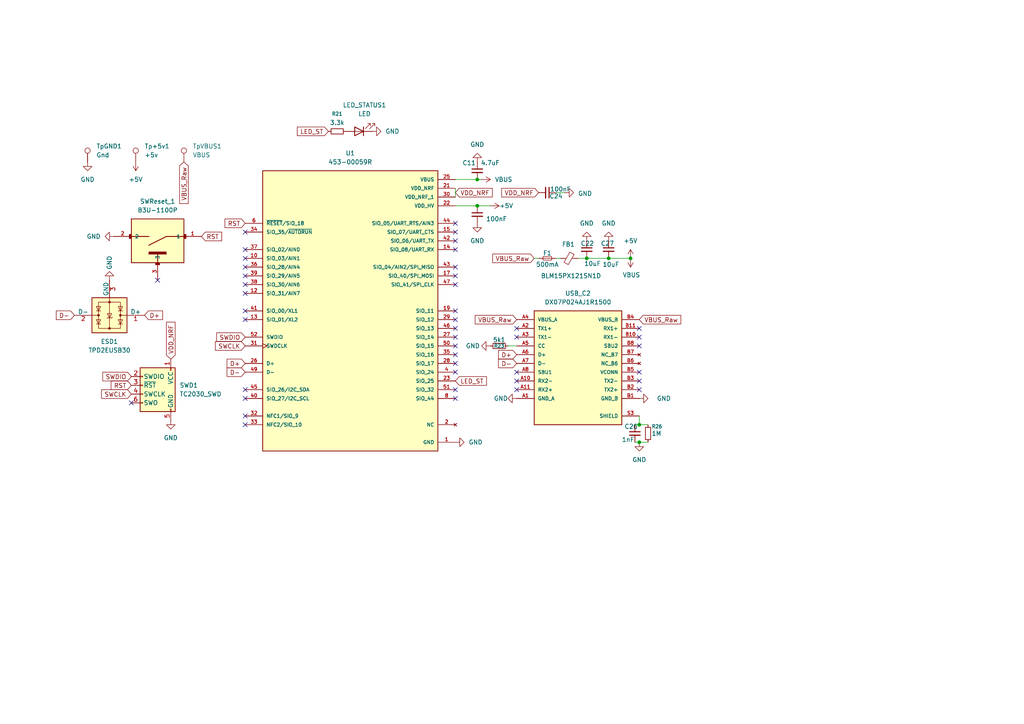
<source format=kicad_sch>
(kicad_sch (version 20250114) (generator "eeschema") (generator_version "9.0")
  (paper "A4")
  (title_block (title "zongle") (date "2025-12-10") (rev "0.0.2"))
  (lib_symbols
    (symbol "B3U-1100P:B3U-1100P" (pin_names (offset 1.016))
      (property "Reference" "S" (at 7.6291 -5.0861 0))
      (property "Value" "B3U-1100P" (at 7.6346 -10.1794 0))
      (symbol "B3U-1100P_0_0"
        (rectangle (start -8.2645 -0.6357) (end -7.62 0.635) (stroke (width 0.1)) (fill (type outline)))
        (rectangle (start -7.62 -7.62) (end 7.62 5.08) (stroke (width 0.254)) (fill (type background)))
        (rectangle (start -2.5423 -5.0846) (end 2.54 -4.445) (stroke (width 0.1)) (fill (type outline)))
        (polyline (pts (xy -2.54 0) (xy -7.62 0)) (stroke (width 0.254)))
        (polyline (pts (xy -2.54 -2.54) (xy 2.54 0)) (stroke (width 0.254)))
        (polyline (pts (xy -2.54 -5.08) (xy 0 -5.08)) (stroke (width 0.254)))
        (rectangle (start -0.6357 -8.2643) (end 0.635 -7.62) (stroke (width 0.1)) (fill (type outline)))
        (polyline (pts (xy 0 -5.08) (xy 0 -7.62)) (stroke (width 0.254)))
        (polyline (pts (xy 0 -5.08) (xy 2.54 -5.08)) (stroke (width 0.254)))
        (polyline (pts (xy 2.54 0) (xy 7.62 0)) (stroke (width 0.254)))
        (rectangle (start 7.6245 -0.6354) (end 8.255 0.635) (stroke (width 0.1)) (fill (type outline)))
        (pin passive line (at -12.7 0 0) (length 5.08) (name "2") (number "2"))
        (pin passive line (at 0 -12.7 90) (length 5.08) (name "3") (number "3"))
        (pin passive line (at 12.7 0 180) (length 5.08) (name "1") (number "1"))
      )
    )
    (symbol "BL653_59:453-00059R" (pin_names (offset 1.016))
      (property "Reference" "U" (at -25.654 41.402 0))
      (property "Value" "453-00059R" (at -25.4 -43.18 0))
      (symbol "453-00059R_0_0"
        (rectangle (start -25.4 -40.64) (end 25.4 40.64) (stroke (width 0.254)) (fill (type background)))
        (pin input line (at -30.48 25.4 0) (length 5.08) (name "~{RESET}/SIO_18") (number "6"))
        (pin input line (at -30.48 22.86 0) (length 5.08) (name "SIO_35/~{AUTORUN}") (number "34"))
        (pin input line (at -30.48 17.78 0) (length 5.08) (name "SIO_02/AIN0") (number "37"))
        (pin input line (at -30.48 15.24 0) (length 5.08) (name "SIO_03/AIN1") (number "10"))
        (pin input line (at -30.48 12.7 0) (length 5.08) (name "SIO_28/AIN4") (number "36"))
        (pin input line (at -30.48 10.16 0) (length 5.08) (name "SIO_29/AIN5") (number "39"))
        (pin input line (at -30.48 7.62 0) (length 5.08) (name "SIO_30/AIN6") (number "38"))
        (pin input line (at -30.48 5.08 0) (length 5.08) (name "SIO_31/AIN7") (number "12"))
        (pin input line (at -30.48 0 0) (length 5.08) (name "SIO_00/XL1") (number "41"))
        (pin input line (at -30.48 -2.54 0) (length 5.08) (name "SIO_01/XL2") (number "13"))
        (pin bidirectional line (at -30.48 -7.62 0) (length 5.08) (name "SWDIO") (number "52"))
        (pin input clock (at -30.48 -10.16 0) (length 5.08) (name "SWDCLK") (number "31"))
        (pin bidirectional line (at -30.48 -15.24 0) (length 5.08) (name "D+") (number "26"))
        (pin bidirectional line (at -30.48 -17.78 0) (length 5.08) (name "D-") (number "49"))
        (pin bidirectional line (at -30.48 -22.86 0) (length 5.08) (name "SIO_26/I2C_SDA") (number "45"))
        (pin bidirectional line (at -30.48 -25.4 0) (length 5.08) (name "SIO_27/I2C_SCL") (number "40"))
        (pin bidirectional line (at -30.48 -30.48 0) (length 5.08) (name "NFC1/SIO_9") (number "32"))
        (pin bidirectional line (at -30.48 -33.02 0) (length 5.08) (name "NFC2/SIO_10") (number "33"))
        (pin power_in line (at 30.48 38.1 180) (length 5.08) (name "VBUS") (number "25"))
        (pin power_in line (at 30.48 35.56 180) (length 5.08) (name "VDD_NRF") (number "21"))
        (pin power_in line (at 30.48 33.02 180) (length 5.08) (name "VDD_NRF_1") (number "30"))
        (pin power_in line (at 30.48 30.48 180) (length 5.08) (name "VDD_HV") (number "22"))
        (pin output line (at 30.48 25.4 180) (length 5.08) (name "SIO_05/UART_RTS/AIN3") (number "44"))
        (pin input line (at 30.48 22.86 180) (length 5.08) (name "SIO_07/UART_CTS") (number "15"))
        (pin output line (at 30.48 20.32 180) (length 5.08) (name "SIO_06/UART_TX") (number "42"))
        (pin input line (at 30.48 17.78 180) (length 5.08) (name "SIO_08/UART_RX") (number "14"))
        (pin input line (at 30.48 12.7 180) (length 5.08) (name "SIO_04/AIN2/SPI_MISO") (number "43"))
        (pin output line (at 30.48 10.16 180) (length 5.08) (name "SIO_40/SPI_MOSI") (number "17"))
        (pin output line (at 30.48 7.62 180) (length 5.08) (name "SIO_41/SPI_CLK") (number "47"))
        (pin input line (at 30.48 0 180) (length 5.08) (name "SIO_11") (number "19"))
        (pin input line (at 30.48 -2.54 180) (length 5.08) (name "SIO_12") (number "29"))
        (pin input line (at 30.48 -5.08 180) (length 5.08) (name "SIO_13") (number "46"))
        (pin input line (at 30.48 -7.62 180) (length 5.08) (name "SIO_14") (number "27"))
        (pin input line (at 30.48 -10.16 180) (length 5.08) (name "SIO_15") (number "50"))
        (pin input line (at 30.48 -12.7 180) (length 5.08) (name "SIO_16") (number "35"))
        (pin input line (at 30.48 -15.24 180) (length 5.08) (name "SIO_17") (number "28"))
        (pin input line (at 30.48 -17.78 180) (length 5.08) (name "SIO_24") (number "4"))
        (pin input line (at 30.48 -20.32 180) (length 5.08) (name "SIO_25") (number "23"))
        (pin input line (at 30.48 -22.86 180) (length 5.08) (name "SIO_32") (number "51"))
        (pin input line (at 30.48 -25.4 180) (length 5.08) (name "SIO_44") (number "8"))
        (pin no_connect line (at 30.48 -33.02 180) (length 5.08) (name "NC") (number "2"))
        (pin power_in line (at 30.48 -38.1 180) (length 5.08) (name "GND") (number "1"))
        (pin power_in line (at 30.48 -38.1 180) (length 5.08) (hide yes) (name "GND") (number "11"))
        (pin power_in line (at 30.48 -38.1 180) (length 5.08) (hide yes) (name "GND") (number "16"))
        (pin power_in line (at 30.48 -38.1 180) (length 5.08) (hide yes) (name "GND") (number "18"))
        (pin power_in line (at 30.48 -38.1 180) (length 5.08) (hide yes) (name "GND") (number "20"))
        (pin power_in line (at 30.48 -38.1 180) (length 5.08) (hide yes) (name "GND") (number "24"))
        (pin power_in line (at 30.48 -38.1 180) (length 5.08) (hide yes) (name "GND") (number "3"))
        (pin power_in line (at 30.48 -38.1 180) (length 5.08) (hide yes) (name "GND") (number "48"))
        (pin power_in line (at 30.48 -38.1 180) (length 5.08) (hide yes) (name "GND") (number "5"))
        (pin power_in line (at 30.48 -38.1 180) (length 5.08) (hide yes) (name "GND") (number "7"))
        (pin power_in line (at 30.48 -38.1 180) (length 5.08) (hide yes) (name "GND") (number "9"))
        (pin power_in line (at 30.48 -38.1 180) (length 5.08) (hide yes) (name "GND") (number "G1"))
        (pin power_in line (at 30.48 -38.1 180) (length 5.08) (hide yes) (name "GND") (number "G2"))
        (pin power_in line (at 30.48 -38.1 180) (length 5.08) (hide yes) (name "GND") (number "G3"))
        (pin power_in line (at 30.48 -38.1 180) (length 5.08) (hide yes) (name "GND") (number "G4"))
        (pin power_in line (at 30.48 -38.1 180) (length 5.08) (hide yes) (name "GND") (number "G5"))
        (pin power_in line (at 30.48 -38.1 180) (length 5.08) (hide yes) (name "GND") (number "G6"))
        (pin power_in line (at 30.48 -38.1 180) (length 5.08) (hide yes) (name "GND") (number "G7"))
      )
    )
    (symbol "Connector:TestPoint" (pin_numbers (hide yes)) (pin_names (offset 0.762) (hide yes))
      (property "Reference" "TP" (at 0 6.858 0))
      (property "Value" "TestPoint" (at 0 5.08 0))
      (symbol "TestPoint_0_1"
        (circle (center 0 3.302) (radius 0.762))
      )
      (symbol "TestPoint_1_1"
        (pin passive line (at 0 0 90) (length 2.54) (name "1") (number "1"))
      )
    )
    (symbol "Device:C_Small" (pin_numbers (hide yes)) (pin_names (offset 0.254) (hide yes))
      (property "Reference" "C" (at 0.254 1.778 0))
      (property "Value" "C_Small" (at 0.254 -2.032 0))
      (symbol "C_Small_0_1"
        (polyline (pts (xy -1.524 0.508) (xy 1.524 0.508)) (stroke (width 0.3048)))
        (polyline (pts (xy -1.524 -0.508) (xy 1.524 -0.508)) (stroke (width 0.3302)))
      )
      (symbol "C_Small_1_1"
        (pin passive line (at 0 2.54 270) (length 2.032) (name "~") (number "1"))
        (pin passive line (at 0 -2.54 90) (length 2.032) (name "~") (number "2"))
      )
    )
    (symbol "Device:FerriteBead_Small" (pin_numbers (hide yes)) (pin_names (offset 0))
      (property "Reference" "FB" (at 1.905 1.27 0))
      (property "Value" "FerriteBead_Small" (at 1.905 -1.27 0))
      (symbol "FerriteBead_Small_0_1"
        (polyline (pts (xy -1.8288 0.2794) (xy -1.1176 1.4986) (xy 1.8288 -0.2032) (xy 1.1176 -1.4224) (xy -1.8288 0.2794)))
        (polyline (pts (xy 0 0.889) (xy 0 1.2954)))
        (polyline (pts (xy 0 -1.27) (xy 0 -0.7874)))
      )
      (symbol "FerriteBead_Small_1_1"
        (pin passive line (at 0 2.54 270) (length 1.27) (name "~") (number "1"))
        (pin passive line (at 0 -2.54 90) (length 1.27) (name "~") (number "2"))
      )
    )
    (symbol "Device:Fuse_Small" (pin_numbers (hide yes)) (pin_names (offset 0.254) (hide yes))
      (property "Reference" "F" (at 0 -1.524 0))
      (property "Value" "Fuse_Small" (at 0 1.524 0))
      (symbol "Fuse_Small_0_1"
        (rectangle (start -1.27 0.508) (end 1.27 -0.508))
        (polyline (pts (xy -1.27 0) (xy 1.27 0)))
      )
      (symbol "Fuse_Small_1_1"
        (pin passive line (at -2.54 0 0) (length 1.27) (name "~") (number "1"))
        (pin passive line (at 2.54 0 180) (length 1.27) (name "~") (number "2"))
      )
    )
    (symbol "Device:LED" (pin_numbers (hide yes)) (pin_names (offset 1.016) (hide yes))
      (property "Reference" "D" (at 0 2.54 0))
      (property "Value" "LED" (at 0 -2.54 0))
      (symbol "LED_0_1"
        (polyline (pts (xy -3.048 -0.762) (xy -4.572 -2.286) (xy -3.81 -2.286) (xy -4.572 -2.286) (xy -4.572 -1.524)))
        (polyline (pts (xy -1.778 -0.762) (xy -3.302 -2.286) (xy -2.54 -2.286) (xy -3.302 -2.286) (xy -3.302 -1.524)))
        (polyline (pts (xy -1.27 0) (xy 1.27 0)))
        (polyline (pts (xy -1.27 -1.27) (xy -1.27 1.27)) (stroke (width 0.254)))
        (polyline (pts (xy 1.27 -1.27) (xy 1.27 1.27) (xy -1.27 0) (xy 1.27 -1.27)) (stroke (width 0.254)))
      )
      (symbol "LED_1_1"
        (pin passive line (at -3.81 0 0) (length 2.54) (name "K") (number "1"))
        (pin passive line (at 3.81 0 180) (length 2.54) (name "A") (number "2"))
      )
    )
    (symbol "Device:R_Small" (pin_numbers (hide yes)) (pin_names (offset 0.254) (hide yes))
      (property "Reference" "R" (at 0 0 90))
      (property "Value" "R_Small" (at 1.778 0 90))
      (symbol "R_Small_0_1"
        (rectangle (start -0.762 1.778) (end 0.762 -1.778) (stroke (width 0.2032)))
      )
      (symbol "R_Small_1_1"
        (pin passive line (at 0 2.54 270) (length 0.762) (name "~") (number "1"))
        (pin passive line (at 0 -2.54 90) (length 0.762) (name "~") (number "2"))
      )
    )
    (symbol "Power_Protection:TPD2EUSB30" (pin_names (offset 0))
      (property "Reference" "U" (at 0 6.35 0))
      (property "Value" "TPD2EUSB30" (at 7.62 -7.62 0))
      (symbol "TPD2EUSB30_0_1"
        (rectangle (start -5.08 5.08) (end 5.08 -5.08) (stroke (width 0.254)) (fill (type background)))
        (polyline (pts (xy -5.08 0) (xy -3.175 0)))
        (polyline (pts (xy -3.81 2.54) (xy -2.54 2.54)))
        (polyline (pts (xy -3.81 -1.27) (xy -2.54 -1.27)))
        (rectangle (start -3.175 3.81) (end 3.175 -3.81))
        (circle (center -3.175 0) (radius 0.2794) (fill (type outline)))
        (polyline (pts (xy -2.54 1.27) (xy -3.81 1.27) (xy -3.175 2.54) (xy -2.54 1.27)))
        (polyline (pts (xy -2.54 -2.54) (xy -3.81 -2.54) (xy -3.175 -1.27) (xy -2.54 -2.54)))
        (circle (center 0 3.81) (radius 0.2794) (fill (type outline)))
        (polyline (pts (xy 0 3.81) (xy 0 -5.08)))
        (circle (center 0 -3.81) (radius 0.2794) (fill (type outline)))
        (polyline (pts (xy 0.635 -0.508) (xy -0.635 -0.508) (xy 0 0.762) (xy 0.635 -0.508)))
        (polyline (pts (xy 0.762 0.762) (xy -0.762 0.762) (xy -0.762 0.508)))
        (polyline (pts (xy 2.54 2.54) (xy 3.81 2.54)))
        (polyline (pts (xy 2.54 -1.27) (xy 3.81 -1.27)))
        (circle (center 3.175 0) (radius 0.2794) (fill (type outline)))
        (polyline (pts (xy 3.81 1.27) (xy 2.54 1.27) (xy 3.175 2.54) (xy 3.81 1.27)))
        (polyline (pts (xy 3.81 -2.54) (xy 2.54 -2.54) (xy 3.175 -1.27) (xy 3.81 -2.54)))
        (polyline (pts (xy 5.08 0) (xy 3.175 0)))
      )
      (symbol "TPD2EUSB30_1_1"
        (pin passive line (at -10.16 0 0) (length 5.08) (name "D+") (number "1"))
        (pin passive line (at 0 -10.16 90) (length 5.08) (name "GND") (number "3"))
        (pin passive line (at 10.16 0 180) (length 5.08) (name "D-") (number "2"))
      )
    )
    (symbol "USB_C_MALE_LONG:DX07P024AJ1R1500" (pin_names (offset 1.016))
      (property "Reference" "J" (at -12.7 16.002 0))
      (property "Value" "DX07P024AJ1R1500" (at -12.7 -18.542 0))
      (symbol "DX07P024AJ1R1500_0_0"
        (rectangle (start -12.7 -17.78) (end 12.7 15.24) (stroke (width 0.254)) (fill (type background)))
        (pin power_in line (at -17.78 12.7 0) (length 5.08) (name "VBUS_A") (number "A4"))
        (pin power_in line (at -17.78 12.7 0) (length 5.08) (hide yes) (name "VBUS_A") (number "A9"))
        (pin bidirectional line (at -17.78 10.16 0) (length 5.08) (name "TX1+") (number "A2"))
        (pin bidirectional line (at -17.78 7.62 0) (length 5.08) (name "TX1-") (number "A3"))
        (pin bidirectional line (at -17.78 5.08 0) (length 5.08) (name "CC") (number "A5"))
        (pin bidirectional line (at -17.78 2.54 0) (length 5.08) (name "D+") (number "A6"))
        (pin bidirectional line (at -17.78 0 0) (length 5.08) (name "D-") (number "A7"))
        (pin bidirectional line (at -17.78 -2.54 0) (length 5.08) (name "SBU1") (number "A8"))
        (pin bidirectional line (at -17.78 -5.08 0) (length 5.08) (name "RX2-") (number "A10"))
        (pin bidirectional line (at -17.78 -7.62 0) (length 5.08) (name "RX2+") (number "A11"))
        (pin power_in line (at -17.78 -10.16 0) (length 5.08) (name "GND_A") (number "A1"))
        (pin power_in line (at -17.78 -10.16 0) (length 5.08) (hide yes) (name "GND_A") (number "A12"))
        (pin power_in line (at 17.78 12.7 180) (length 5.08) (name "VBUS_B") (number "B4"))
        (pin power_in line (at 17.78 12.7 180) (length 5.08) (hide yes) (name "VBUS_B") (number "B9"))
        (pin bidirectional line (at 17.78 10.16 180) (length 5.08) (name "RX1+") (number "B11"))
        (pin bidirectional line (at 17.78 7.62 180) (length 5.08) (name "RX1-") (number "B10"))
        (pin bidirectional line (at 17.78 5.08 180) (length 5.08) (name "SBU2") (number "B8"))
        (pin no_connect line (at 17.78 2.54 180) (length 5.08) (name "NC_B7") (number "B7"))
        (pin no_connect line (at 17.78 0 180) (length 5.08) (name "NC_B6") (number "B6"))
        (pin bidirectional line (at 17.78 -2.54 180) (length 5.08) (name "VCONN") (number "B5"))
        (pin bidirectional line (at 17.78 -5.08 180) (length 5.08) (name "TX2-") (number "B3"))
        (pin bidirectional line (at 17.78 -7.62 180) (length 5.08) (name "TX2+") (number "B2"))
        (pin power_in line (at 17.78 -10.16 180) (length 5.08) (name "GND_B") (number "B1"))
        (pin power_in line (at 17.78 -10.16 180) (length 5.08) (hide yes) (name "GND_B") (number "B12"))
        (pin passive line (at 17.78 -15.24 180) (length 5.08) (name "SHIELD") (number "S3"))
        (pin passive line (at 17.78 -15.24 180) (length 5.08) (hide yes) (name "SHIELD") (number "S4"))
        (pin passive line (at 17.78 -15.24 180) (length 5.08) (hide yes) (name "SHIELD") (number "S5"))
        (pin passive line (at 17.78 -15.24 180) (length 5.08) (hide yes) (name "SHIELD") (number "S6"))
      )
    )
    (symbol "marbastlib-various:TC2030_SWD" (pin_names (offset 1.016))
      (property "Reference" "J" (at -3.81 -6.35 0))
      (property "Value" "TC2030_SWD" (at -10.16 8.89 0))
      (symbol "TC2030_SWD_0_1"
        (rectangle (start -3.81 7.62) (end 6.35 -5.08) (stroke (width 0.254)) (fill (type background)))
        (rectangle (start -3.048 4.953) (end -3.81 5.207))
        (rectangle (start -3.048 2.413) (end -3.81 2.667))
        (rectangle (start -3.048 -0.127) (end -3.81 0.127))
        (rectangle (start -3.048 -2.667) (end -3.81 -2.413))
        (rectangle (start 4.953 6.858) (end 5.207 7.62))
        (rectangle (start 4.953 -5.08) (end 5.207 -4.318))
      )
      (symbol "TC2030_SWD_1_1"
        (pin passive line (at -6.35 5.08 0) (length 2.54) (name "SWDIO") (number "2"))
        (pin passive line (at -6.35 2.54 0) (length 2.54) (name "~{RST}") (number "3"))
        (pin passive line (at -6.35 0 0) (length 2.54) (name "SWCLK") (number "4"))
        (pin passive line (at -6.35 -2.54 0) (length 2.54) (name "SWO") (number "6"))
        (pin passive line (at 5.08 10.16 270) (length 2.54) (name "VCC") (number "1"))
        (pin passive line (at 5.08 -7.62 90) (length 2.54) (name "GND") (number "5"))
      )
    )
    (symbol "power:+5V" (power) (pin_numbers (hide yes)) (pin_names (offset 0) (hide yes))
      (property "Value" "+5V" (at 0 3.556 0))
      (symbol "+5V_0_1"
        (polyline (pts (xy -0.762 1.27) (xy 0 2.54)))
        (polyline (pts (xy 0 2.54) (xy 0.762 1.27)))
        (polyline (pts (xy 0 0) (xy 0 2.54)))
      )
      (symbol "+5V_1_1"
        (pin power_in line (at 0 0 90) (length 0) (name "~") (number "1"))
      )
    )
    (symbol "power:GND" (power) (pin_numbers (hide yes)) (pin_names (offset 0) (hide yes))
      (property "Value" "GND" (at 0 -3.81 0))
      (symbol "GND_0_1"
        (polyline (pts (xy 0 0) (xy 0 -1.27) (xy 1.27 -1.27) (xy 0 -2.54) (xy -1.27 -1.27) (xy 0 -1.27)))
      )
      (symbol "GND_1_1"
        (pin power_in line (at 0 0 270) (length 0) (name "~") (number "1"))
      )
    )
    (symbol "power:VBUS" (power) (pin_numbers (hide yes)) (pin_names (offset 0) (hide yes))
      (property "Value" "VBUS" (at 0 3.556 0))
      (symbol "VBUS_0_1"
        (polyline (pts (xy -0.762 1.27) (xy 0 2.54)))
        (polyline (pts (xy 0 2.54) (xy 0.762 1.27)))
        (polyline (pts (xy 0 0) (xy 0 2.54)))
      )
      (symbol "VBUS_1_1"
        (pin power_in line (at 0 0 90) (length 0) (name "~") (number "1"))
      )
    )
  )
  (junction (at 176.53 74.93))
  (junction (at 185.42 123.19))
  (junction (at 182.88 74.93))
  (junction (at 138.43 59.69))
  (junction (at 170.18 74.93))
  (junction (at 138.43 52.07))
  (junction (at 185.42 128.27))
  (no_connect (at 185.42 107.95))
  (no_connect (at 71.12 123.19))
  (no_connect (at 38.1 116.84))
  (no_connect (at 185.42 113.03))
  (no_connect (at 185.42 100.33))
  (no_connect (at 149.86 110.49))
  (no_connect (at 71.12 120.65))
  (no_connect (at 132.08 95.25))
  (no_connect (at 132.08 115.57))
  (no_connect (at 71.12 67.31))
  (no_connect (at 71.12 82.55))
  (no_connect (at 132.08 72.39))
  (no_connect (at 149.86 95.25))
  (no_connect (at 132.08 107.95))
  (no_connect (at 185.42 97.79))
  (no_connect (at 71.12 77.47))
  (no_connect (at 132.08 113.03))
  (no_connect (at 149.86 113.03))
  (no_connect (at 71.12 80.01))
  (no_connect (at 132.08 77.47))
  (no_connect (at 149.86 97.79))
  (no_connect (at 132.08 80.01))
  (no_connect (at 132.08 92.71))
  (no_connect (at 132.08 102.87))
  (no_connect (at 132.08 97.79))
  (no_connect (at 132.08 100.33))
  (no_connect (at 71.12 92.71))
  (no_connect (at 185.42 95.25))
  (no_connect (at 71.12 113.03))
  (no_connect (at 132.08 64.77))
  (no_connect (at 149.86 107.95))
  (no_connect (at 71.12 74.93))
  (no_connect (at 71.12 90.17))
  (no_connect (at 132.08 82.55))
  (no_connect (at 185.42 110.49))
  (no_connect (at 132.08 67.31))
  (no_connect (at 71.12 72.39))
  (no_connect (at 71.12 115.57))
  (no_connect (at 45.72 81.28))
  (no_connect (at 132.08 105.41))
  (no_connect (at 71.12 85.09))
  (no_connect (at 132.08 90.17))
  (no_connect (at 132.08 69.85))
  (wire (pts (xy 185.42 120.65) (xy 185.42 123.19)))
  (wire (pts (xy 185.42 128.27) (xy 187.96 128.27)))
  (wire (pts (xy 161.29 55.88) (xy 163.83 55.88)))
  (wire (pts (xy 184.15 128.27) (xy 185.42 128.27)))
  (wire (pts (xy 161.29 74.93) (xy 162.56 74.93)))
  (wire (pts (xy 147.32 100.33) (xy 149.86 100.33)))
  (wire (pts (xy 176.53 74.93) (xy 182.88 74.93)))
  (wire (pts (xy 132.08 52.07) (xy 138.43 52.07)))
  (wire (pts (xy 156.21 74.93) (xy 154.94 74.93)))
  (wire (pts (xy 170.18 74.93) (xy 176.53 74.93)))
  (wire (pts (xy 132.08 59.69) (xy 138.43 59.69)))
  (wire (pts (xy 184.15 123.19) (xy 185.42 123.19)))
  (wire (pts (xy 167.64 74.93) (xy 170.18 74.93)))
  (wire (pts (xy 138.43 59.69) (xy 142.24 59.69)))
  (wire (pts (xy 185.42 123.19) (xy 187.96 123.19)))
  (wire (pts (xy 132.08 54.61) (xy 132.08 57.15)))
  (wire (pts (xy 139.7 52.07) (xy 138.43 52.07)))
  (global_label "LED_ST" (shape input) (at 132.08 110.49 0) (property "Intersheetrefs" "${INTERSHEET_REFS}" (effects (hide yes))))
  (global_label "LED_ST" (shape input) (at 95.25 38.1 180) (property "Intersheetrefs" "${INTERSHEET_REFS}" (effects (hide yes))))
  (global_label "RST" (shape input) (at 38.1 111.76 180) (property "Intersheetrefs" "${INTERSHEET_REFS}" (effects (hide yes))))
  (global_label "SWCLK" (shape input) (at 71.12 100.33 180) (property "Intersheetrefs" "${INTERSHEET_REFS}" (effects (hide yes))))
  (global_label "SWDIO" (shape input) (at 71.12 97.79 180) (property "Intersheetrefs" "${INTERSHEET_REFS}" (effects (hide yes))))
  (global_label "VDD_NRF" (shape input) (at 156.21 55.88 180) (property "Intersheetrefs" "${INTERSHEET_REFS}" (effects (hide yes))))
  (global_label "D-" (shape input) (at 149.86 105.41 180) (property "Intersheetrefs" "${INTERSHEET_REFS}" (effects (hide yes))))
  (global_label "D+" (shape input) (at 71.12 105.41 180) (property "Intersheetrefs" "${INTERSHEET_REFS}" (effects (hide yes))))
  (global_label "VBUS_Raw" (shape input) (at 149.86 92.71 180) (property "Intersheetrefs" "${INTERSHEET_REFS}" (effects (hide yes))))
  (global_label "SWCLK" (shape input) (at 38.1 114.3 180) (property "Intersheetrefs" "${INTERSHEET_REFS}" (effects (hide yes))))
  (global_label "D+" (shape input) (at 41.91 91.44 0) (property "Intersheetrefs" "${INTERSHEET_REFS}" (effects (hide yes))))
  (global_label "D+" (shape input) (at 149.86 102.87 180) (property "Intersheetrefs" "${INTERSHEET_REFS}" (effects (hide yes))))
  (global_label "VBUS_Raw" (shape input) (at 154.94 74.93 180) (property "Intersheetrefs" "${INTERSHEET_REFS}" (effects (hide yes))))
  (global_label "VDD_NRF" (shape input) (at 49.53 104.14 90) (property "Intersheetrefs" "${INTERSHEET_REFS}" (effects (hide yes))))
  (global_label "RST" (shape input) (at 58.42 68.58 0) (property "Intersheetrefs" "${INTERSHEET_REFS}" (effects (hide yes))))
  (global_label "SWDIO" (shape input) (at 38.1 109.22 180) (property "Intersheetrefs" "${INTERSHEET_REFS}" (effects (hide yes))))
  (global_label "VDD_NRF" (shape input) (at 132.08 55.88 0) (property "Intersheetrefs" "${INTERSHEET_REFS}" (effects (hide yes))))
  (global_label "VBUS_Raw" (shape input) (at 185.42 92.71 0) (property "Intersheetrefs" "${INTERSHEET_REFS}" (effects (hide yes))))
  (global_label "RST" (shape input) (at 71.12 64.77 180) (property "Intersheetrefs" "${INTERSHEET_REFS}" (effects (hide yes))))
  (global_label "D-" (shape input) (at 21.59 91.44 180) (property "Intersheetrefs" "${INTERSHEET_REFS}" (effects (hide yes))))
  (global_label "VBUS_Raw" (shape input) (at 53.34 46.99 270) (property "Intersheetrefs" "${INTERSHEET_REFS}" (effects (hide yes))))
  (global_label "D-" (shape input) (at 71.12 107.95 180) (property "Intersheetrefs" "${INTERSHEET_REFS}" (effects (hide yes))))
  (symbol (lib_id "power:GND") (at 107.95 38.1 90) (unit 1)
    (property "Reference" "#PWR017" (effects (hide yes)))
    (property "Value" "GND" (at 111.76 38.0999 90) (effects (justify right)))
    (property "Description" "Power symbol creates a global label with name \"GND\" , ground" (effects (hide yes)))
  )
  (symbol (lib_id "Device:C_Small") (at 170.18 72.39 0) (unit 1)
    (property "Reference" "C22" (at 168.402 70.612 0) (effects (justify left)))
    (property "Value" "10uF" (at 169.418 76.454 0) (effects (justify left)))
    (property "Footprint" "Capacitor_SMD:C_0402_1005Metric" (effects (hide yes)))
    (property "Description" "Unpolarized capacitor, small symbol" (effects (hide yes)))
  )
  (symbol (lib_id "B3U-1100P:B3U-1100P") (at 45.72 68.58 0) (unit 1)
    (property "Reference" "SWReset_1" (at 45.7152 58.42 0))
    (property "Value" "B3U-1100P" (at 45.7152 60.96 0))
    (property "Footprint" "Button_Switch_SMD:SW_SPST_B3U-1000P" (effects (hide yes)))
    (property "MF" "Omron" (effects (hide yes)))
    (property "Description_1" "Tactile Switch SPST-NO Top Actuated Surface Mount" (effects (hide yes)))
    (property "Package" "Custom Package Omron" (effects (hide yes)))
    (property "Price" "None" (effects (hide yes)))
    (property "Check_prices" "https://www.snapeda.com/parts/B3U-1100P/Omron/view-part/?ref=eda" (effects (hide yes)))
    (property "SnapEDA_Link" "https://www.snapeda.com/parts/B3U-1100P/Omron/view-part/?ref=snap" (effects (hide yes)))
    (property "MP" "B3U-1100P" (effects (hide yes)))
    (property "Availability" "In Stock" (effects (hide yes)))
    (property "MANUFACTURER" "Omron" (effects (hide yes)))
  )
  (symbol (lib_id "power:GND") (at 132.08 128.27 90) (unit 1)
    (property "Reference" "#PWR02" (effects (hide yes)))
    (property "Value" "GND" (at 135.89 128.2699 90) (effects (justify right)))
    (property "Description" "Power symbol creates a global label with name \"GND\" , ground" (effects (hide yes)))
  )
  (symbol (lib_id "Device:LED") (at 104.14 38.1 180) (unit 1)
    (property "Reference" "LED_STATUS1" (at 105.7275 30.48 0))
    (property "Value" "LED" (at 105.7275 33.02 0))
    (property "Footprint" "LED_SMD:LED_0402_1005Metric" (effects (hide yes)))
    (property "Description" "Light emitting diode" (effects (hide yes)))
    (property "Sim.Pins" "1=K 2=A" (effects (hide yes)))
  )
  (symbol (lib_id "marbastlib-various:TC2030_SWD") (at 44.45 114.3 0) (unit 1)
    (property "Reference" "SWD1" (at 52.07 111.7599 0) (effects (justify left)))
    (property "Value" "TC2030_SWD" (at 52.07 114.2999 0) (effects (justify left)))
    (property "Footprint" "marbastlib-various:CON_TC2030_outlined" (effects (hide yes)))
    (property "Description" "6-pin TC2030 connector for SWD programming" (effects (hide yes)))
  )
  (symbol (lib_id "Connector:TestPoint") (at 39.37 46.99 0) (unit 1)
    (property "Reference" "Tp+5v1" (at 41.91 42.4179 0) (effects (justify left)))
    (property "Value" "+5v" (at 41.91 44.9579 0) (effects (justify left)))
    (property "Footprint" "TestPoint:TestPoint_Pad_1.0x1.0mm" (effects (hide yes)))
    (property "Description" "test point" (effects (hide yes)))
  )
  (symbol (lib_id "power:GND") (at 49.53 121.92 0) (unit 1)
    (property "Reference" "#PWR07" (effects (hide yes)))
    (property "Value" "GND" (at 49.53 127 0))
    (property "Description" "Power symbol creates a global label with name \"GND\" , ground" (effects (hide yes)))
  )
  (symbol (lib_id "power:GND") (at 185.42 128.27 0) (unit 1)
    (property "Reference" "#PWR022" (effects (hide yes)))
    (property "Value" "GND" (at 185.42 133.35 0))
    (property "Description" "Power symbol creates a global label with name \"GND\" , ground" (effects (hide yes)))
  )
  (symbol (lib_id "power:GND") (at 149.86 115.57 270) (unit 1)
    (property "Reference" "#PWR020" (effects (hide yes)))
    (property "Value" "GND" (at 147.32 115.5699 90) (effects (justify right)))
    (property "Description" "Power symbol creates a global label with name \"GND\" , ground" (effects (hide yes)))
  )
  (symbol (lib_id "power:+5V") (at 39.37 46.99 180) (unit 1)
    (property "Reference" "#PWR06" (effects (hide yes)))
    (property "Value" "+5V" (at 39.37 52.07 0))
    (property "Description" "Power symbol creates a global label with name \"+5V\"" (effects (hide yes)))
  )
  (symbol (lib_id "power:+5V") (at 139.7 52.07 270) (unit 1)
    (property "Reference" "#PWR09" (effects (hide yes)))
    (property "Value" "VBUS" (at 143.51 52.0699 90) (effects (justify left)))
    (property "Description" "Power symbol creates a global label with name \"+5V\"" (effects (hide yes)))
  )
  (symbol (lib_id "Device:R_Small") (at 187.96 125.73 0) (unit 1)
    (property "Reference" "R26" (at 188.976 123.698 0) (effects (font (size 1.016 1.016)) (justify left)))
    (property "Value" "1M" (at 188.976 125.73 0) (effects (justify left)))
    (property "Footprint" "Resistor_SMD:R_0201_0603Metric" (effects (hide yes)))
    (property "Description" "Resistor, small symbol" (effects (hide yes)))
  )
  (symbol (lib_id "Power_Protection:TPD2EUSB30") (at 31.75 91.44 180) (unit 1)
    (property "Reference" "ESD1" (at 31.75 99.06 0))
    (property "Value" "TPD2EUSB30" (at 31.75 101.6 0))
    (property "Footprint" "Package_TO_SOT_SMD:Texas_DRT-3" (effects (hide yes)))
    (property "Datasheet" "http://www.ti.com/lit/ds/symlink/tpd2eusb30a.pdf" (effects (hide yes)))
    (property "Description" "2-Channel ESD Protection for Super-Speed USB 3.0 Interface, DRT-3" (effects (hide yes)))
  )
  (symbol (lib_id "power:GND") (at 163.83 55.88 90) (unit 1)
    (property "Reference" "#PWR016" (effects (hide yes)))
    (property "Value" "GND" (at 167.64 56.134 90) (effects (justify right)))
    (property "Description" "Power symbol creates a global label with name \"GND\" , ground" (effects (hide yes)))
  )
  (symbol (lib_id "power:+5V") (at 182.88 74.93 0) (unit 1)
    (property "Reference" "#PWR04" (effects (hide yes)))
    (property "Value" "+5V" (at 182.88 69.85 0))
    (property "Description" "Power symbol creates a global label with name \"+5V\"" (effects (hide yes)))
  )
  (symbol (lib_id "Device:FerriteBead_Small") (at 165.1 74.93 90) (unit 1)
    (property "Reference" "FB1" (at 164.846 70.866 90))
    (property "Value" "BLM15PX121SN1D" (at 165.608 80.01 90))
    (property "Footprint" "Resistor_SMD:R_0402_1005Metric" (effects (hide yes)))
    (property "Description" "Ferrite bead, small symbol" (effects (hide yes)))
  )
  (symbol (lib_id "power:+5V") (at 142.24 59.69 270) (unit 1)
    (property "Reference" "#PWR010" (effects (hide yes)))
    (property "Value" "+5V" (at 144.78 59.69 90) (effects (justify left)))
    (property "Description" "Power symbol creates a global label with name \"+5V\"" (effects (hide yes)))
  )
  (symbol (lib_id "USB_C_MALE_LONG:DX07P024AJ1R1500") (at 167.64 105.41 0) (unit 1)
    (property "Reference" "USB_C2" (at 167.64 85.09 0))
    (property "Value" "DX07P024AJ1R1500" (at 167.64 87.63 0))
    (property "Footprint" "USB_C_MALE_LONG:USB_C_MALE_LONG" (effects (hide yes)))
    (property "DigiKey_Part_Number" "670-2868-1-ND" (effects (hide yes)))
    (property "SnapEDA_Link" "https://www.snapeda.com/parts/DX07P024AJ1R1500/JAE+Electronics/view-part/?ref=snap" (effects (hide yes)))
    (property "MAXIMUM_PACKAGE_HEIGHT" "3.2 mm" (effects (hide yes)))
    (property "Package" "None" (effects (hide yes)))
    (property "Check_prices" "https://www.snapeda.com/parts/DX07P024AJ1R1500/JAE+Electronics/view-part/?ref=eda" (effects (hide yes)))
    (property "STANDARD" "Manufacturer Recommendation" (effects (hide yes)))
    (property "PARTREV" "January 2016" (effects (hide yes)))
    (property "MF" "JAE Electronics" (effects (hide yes)))
    (property "MP" "DX07P024AJ1R1500" (effects (hide yes)))
    (property "Description_1" "USB type C plug | JAE Electronics Inc. DX07P024AJ1R1500" (effects (hide yes)))
    (property "MANUFACTURER" "JAE Electronics" (effects (hide yes)))
  )
  (symbol (lib_id "Device:R_Small") (at 144.78 100.33 90) (unit 1)
    (property "Reference" "R23" (at 144.78 100.33 90) (effects (font (size 1.016 1.016))))
    (property "Value" "5k1" (at 144.78 98.552 90))
    (property "Footprint" "Resistor_SMD:R_0201_0603Metric" (effects (hide yes)))
    (property "Description" "Resistor, small symbol" (effects (hide yes)))
  )
  (symbol (lib_id "power:GND") (at 33.02 68.58 270) (unit 1)
    (property "Reference" "#PWR03" (effects (hide yes)))
    (property "Value" "GND" (at 29.21 68.5799 90) (effects (justify right)))
    (property "Description" "Power symbol creates a global label with name \"GND\" , ground" (effects (hide yes)))
  )
  (symbol (lib_id "Device:C_Small") (at 138.43 62.23 0) (unit 1)
    (property "Reference" "C23" (effects (hide yes)))
    (property "Value" "100nF" (at 140.97 63.5062 0) (effects (justify left)))
    (property "Footprint" "Capacitor_SMD:C_0402_1005Metric" (effects (hide yes)))
    (property "Description" "Unpolarized capacitor, small symbol" (effects (hide yes)))
  )
  (symbol (lib_id "Device:C_Small") (at 138.43 49.53 0) (unit 1)
    (property "Reference" "C11" (at 134.112 47.244 0) (effects (justify left)))
    (property "Value" "4.7uF" (at 139.446 47.244 0) (effects (justify left)))
    (property "Footprint" "Capacitor_SMD:C_0402_1005Metric" (effects (hide yes)))
    (property "Description" "Unpolarized capacitor, small symbol" (effects (hide yes)))
  )
  (symbol (lib_id "power:GND") (at 31.75 81.28 180) (unit 1)
    (property "Reference" "#PWR013" (effects (hide yes)))
    (property "Value" "GND" (at 31.75 78.232 90) (effects (justify right)))
    (property "Description" "Power symbol creates a global label with name \"GND\" , ground" (effects (hide yes)))
  )
  (symbol (lib_id "power:GND") (at 138.43 46.99 180) (unit 1)
    (property "Reference" "#PWR011" (effects (hide yes)))
    (property "Value" "GND" (at 138.43 41.91 0))
    (property "Description" "Power symbol creates a global label with name \"GND\" , ground" (effects (hide yes)))
  )
  (symbol (lib_id "Device:R_Small") (at 97.79 38.1 90) (unit 1)
    (property "Reference" "R21" (at 97.79 33.02 90) (effects (font (size 1.016 1.016))))
    (property "Value" "3.3k" (at 97.79 35.56 90))
    (property "Footprint" "Resistor_SMD:R_0201_0603Metric" (effects (hide yes)))
    (property "Description" "Resistor, small symbol" (effects (hide yes)))
  )
  (symbol (lib_id "power:GND") (at 138.43 64.77 0) (unit 1)
    (property "Reference" "#PWR015" (effects (hide yes)))
    (property "Value" "GND" (at 138.43 69.85 0))
    (property "Description" "Power symbol creates a global label with name \"GND\" , ground" (effects (hide yes)))
  )
  (symbol (lib_id "power:VBUS") (at 182.88 74.93 180) (unit 1)
    (property "Reference" "#PWR018" (effects (hide yes)))
    (property "Value" "VBUS" (at 183.134 79.756 0))
    (property "Description" "Power symbol creates a global label with name \"VBUS\"" (effects (hide yes)))
  )
  (symbol (lib_id "Device:C_Small") (at 176.53 72.39 0) (unit 1)
    (property "Reference" "C27" (at 174.244 70.612 0) (effects (justify left)))
    (property "Value" "10uF" (at 174.752 76.708 0) (effects (justify left)))
    (property "Footprint" "Capacitor_SMD:C_0402_1005Metric" (effects (hide yes)))
    (property "Description" "Unpolarized capacitor, small symbol" (effects (hide yes)))
  )
  (symbol (lib_id "power:GND") (at 142.24 100.33 270) (unit 1)
    (property "Reference" "#PWR08" (effects (hide yes)))
    (property "Value" "GND" (at 139.192 100.33 90) (effects (justify right)))
    (property "Description" "Power symbol creates a global label with name \"GND\" , ground" (effects (hide yes)))
  )
  (symbol (lib_id "power:GND") (at 185.42 115.57 90) (unit 1)
    (property "Reference" "#PWR021" (effects (hide yes)))
    (property "Value" "GND" (at 190.5 115.5699 90) (effects (justify right)))
    (property "Description" "Power symbol creates a global label with name \"GND\" , ground" (effects (hide yes)))
  )
  (symbol (lib_id "power:GND") (at 25.4 46.99 0) (unit 1)
    (property "Reference" "#PWR05" (effects (hide yes)))
    (property "Value" "GND" (at 25.4 52.07 0))
    (property "Description" "Power symbol creates a global label with name \"GND\" , ground" (effects (hide yes)))
  )
  (symbol (lib_id "Connector:TestPoint") (at 25.4 46.99 0) (unit 1)
    (property "Reference" "TpGND1" (at 27.94 42.4179 0) (effects (justify left)))
    (property "Value" "Gnd" (at 27.94 44.9579 0) (effects (justify left)))
    (property "Footprint" "TestPoint:TestPoint_Pad_1.0x1.0mm" (effects (hide yes)))
    (property "Description" "test point" (effects (hide yes)))
  )
  (symbol (lib_id "Device:C_Small") (at 158.75 55.88 270) (unit 1)
    (property "Reference" "C24" (at 161.29 56.896 90))
    (property "Value" "100nF" (at 162.56 54.864 90))
    (property "Footprint" "Capacitor_SMD:C_0402_1005Metric" (effects (hide yes)))
    (property "Description" "Unpolarized capacitor, small symbol" (effects (hide yes)))
  )
  (symbol (lib_id "Device:C_Small") (at 184.15 125.73 0) (unit 1)
    (property "Reference" "C26" (at 181.102 123.698 0) (effects (justify left)))
    (property "Value" "1nF" (at 180.34 127.508 0) (effects (justify left)))
    (property "Footprint" "Capacitor_SMD:C_0402_1005Metric" (effects (hide yes)))
    (property "Description" "Unpolarized capacitor, small symbol" (effects (hide yes)))
  )
  (symbol (lib_id "BL653_59:453-00059R") (at 101.6 90.17 0) (unit 1)
    (property "Reference" "U1" (at 101.6 44.45 0))
    (property "Value" "453-00059R" (at 101.6 46.99 0))
    (property "Footprint" "BL653_59:BL653_59" (effects (hide yes)))
    (property "SnapEDA_Link" "https://www.snapeda.com/parts/453-00059R/Laird/view-part/?ref=snap" (effects (hide yes)))
    (property "MAXIMUM_PACKAGE_HEIGHT" "1.75 mm" (effects (hide yes)))
    (property "Package" "None" (effects (hide yes)))
    (property "Check_prices" "https://www.snapeda.com/parts/453-00059R/Laird/view-part/?ref=eda" (effects (hide yes)))
    (property "STANDARD" "Manufacturer Recommendations" (effects (hide yes)))
    (property "PARTREV" "1.5" (effects (hide yes)))
    (property "MF" "Laird Connectivity Inc." (effects (hide yes)))
    (property "MP" "453-00059R" (effects (hide yes)))
    (property "Description_1" "802.15.4, Bluetooth Bluetooth v5.1, Thread Transceiver Module 2.402GHz ~ 2.48GHz Integrated, Chip Surface Mount" (effects (hide yes)))
    (property "MANUFACTURER" "Laird" (effects (hide yes)))
  )
  (symbol (lib_id "Device:Fuse_Small") (at 158.75 74.93 0) (unit 1)
    (property "Reference" "F1" (at 158.75 73.406 0))
    (property "Value" "500mA" (at 158.75 76.708 0))
    (property "Footprint" "Fuse:Fuse_0402_1005Metric" (effects (hide yes)))
    (property "Description" "Fuse, small symbol" (effects (hide yes)))
  )
  (symbol (lib_id "power:GND") (at 170.18 69.85 180) (unit 1)
    (property "Reference" "#PWR014" (effects (hide yes)))
    (property "Value" "GND" (at 170.18 64.77 0))
    (property "Description" "Power symbol creates a global label with name \"GND\" , ground" (effects (hide yes)))
  )
  (symbol (lib_id "power:GND") (at 176.53 69.85 180) (unit 1)
    (property "Reference" "#PWR01" (effects (hide yes)))
    (property "Value" "GND" (at 176.53 64.77 0))
    (property "Description" "Power symbol creates a global label with name \"GND\" , ground" (effects (hide yes)))
  )
  (symbol (lib_id "Connector:TestPoint") (at 53.34 46.99 0) (unit 1)
    (property "Reference" "TpVBUS1" (at 55.88 42.4179 0) (effects (justify left)))
    (property "Value" "VBUS" (at 55.88 44.9579 0) (effects (justify left)))
    (property "Footprint" "TestPoint:TestPoint_Pad_1.0x1.0mm" (effects (hide yes)))
    (property "Description" "test point" (effects (hide yes)))
  )
)
</source>
